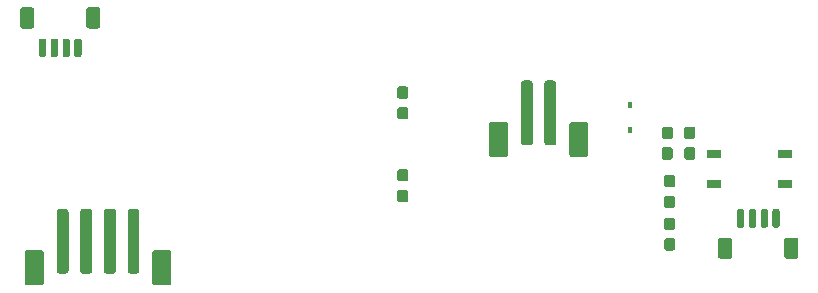
<source format=gtp>
G04 #@! TF.GenerationSoftware,KiCad,Pcbnew,(5.1.5-0)*
G04 #@! TF.CreationDate,2021-02-07T07:37:12-07:00*
G04 #@! TF.ProjectId,back_v4,6261636b-5f76-4342-9e6b-696361645f70,rev?*
G04 #@! TF.SameCoordinates,Original*
G04 #@! TF.FileFunction,Paste,Top*
G04 #@! TF.FilePolarity,Positive*
%FSLAX46Y46*%
G04 Gerber Fmt 4.6, Leading zero omitted, Abs format (unit mm)*
G04 Created by KiCad (PCBNEW (5.1.5-0)) date 2021-02-07 07:37:12*
%MOMM*%
%LPD*%
G04 APERTURE LIST*
%ADD10C,0.100000*%
%ADD11R,1.200000X0.800000*%
%ADD12R,0.450000X0.600000*%
G04 APERTURE END LIST*
D10*
G36*
X177560779Y-109001144D02*
G01*
X177583834Y-109004563D01*
X177606443Y-109010227D01*
X177628387Y-109018079D01*
X177649457Y-109028044D01*
X177669448Y-109040026D01*
X177688168Y-109053910D01*
X177705438Y-109069562D01*
X177721090Y-109086832D01*
X177734974Y-109105552D01*
X177746956Y-109125543D01*
X177756921Y-109146613D01*
X177764773Y-109168557D01*
X177770437Y-109191166D01*
X177773856Y-109214221D01*
X177775000Y-109237500D01*
X177775000Y-109812500D01*
X177773856Y-109835779D01*
X177770437Y-109858834D01*
X177764773Y-109881443D01*
X177756921Y-109903387D01*
X177746956Y-109924457D01*
X177734974Y-109944448D01*
X177721090Y-109963168D01*
X177705438Y-109980438D01*
X177688168Y-109996090D01*
X177669448Y-110009974D01*
X177649457Y-110021956D01*
X177628387Y-110031921D01*
X177606443Y-110039773D01*
X177583834Y-110045437D01*
X177560779Y-110048856D01*
X177537500Y-110050000D01*
X177062500Y-110050000D01*
X177039221Y-110048856D01*
X177016166Y-110045437D01*
X176993557Y-110039773D01*
X176971613Y-110031921D01*
X176950543Y-110021956D01*
X176930552Y-110009974D01*
X176911832Y-109996090D01*
X176894562Y-109980438D01*
X176878910Y-109963168D01*
X176865026Y-109944448D01*
X176853044Y-109924457D01*
X176843079Y-109903387D01*
X176835227Y-109881443D01*
X176829563Y-109858834D01*
X176826144Y-109835779D01*
X176825000Y-109812500D01*
X176825000Y-109237500D01*
X176826144Y-109214221D01*
X176829563Y-109191166D01*
X176835227Y-109168557D01*
X176843079Y-109146613D01*
X176853044Y-109125543D01*
X176865026Y-109105552D01*
X176878910Y-109086832D01*
X176894562Y-109069562D01*
X176911832Y-109053910D01*
X176930552Y-109040026D01*
X176950543Y-109028044D01*
X176971613Y-109018079D01*
X176993557Y-109010227D01*
X177016166Y-109004563D01*
X177039221Y-109001144D01*
X177062500Y-109000000D01*
X177537500Y-109000000D01*
X177560779Y-109001144D01*
G37*
G36*
X177560779Y-110751144D02*
G01*
X177583834Y-110754563D01*
X177606443Y-110760227D01*
X177628387Y-110768079D01*
X177649457Y-110778044D01*
X177669448Y-110790026D01*
X177688168Y-110803910D01*
X177705438Y-110819562D01*
X177721090Y-110836832D01*
X177734974Y-110855552D01*
X177746956Y-110875543D01*
X177756921Y-110896613D01*
X177764773Y-110918557D01*
X177770437Y-110941166D01*
X177773856Y-110964221D01*
X177775000Y-110987500D01*
X177775000Y-111562500D01*
X177773856Y-111585779D01*
X177770437Y-111608834D01*
X177764773Y-111631443D01*
X177756921Y-111653387D01*
X177746956Y-111674457D01*
X177734974Y-111694448D01*
X177721090Y-111713168D01*
X177705438Y-111730438D01*
X177688168Y-111746090D01*
X177669448Y-111759974D01*
X177649457Y-111771956D01*
X177628387Y-111781921D01*
X177606443Y-111789773D01*
X177583834Y-111795437D01*
X177560779Y-111798856D01*
X177537500Y-111800000D01*
X177062500Y-111800000D01*
X177039221Y-111798856D01*
X177016166Y-111795437D01*
X176993557Y-111789773D01*
X176971613Y-111781921D01*
X176950543Y-111771956D01*
X176930552Y-111759974D01*
X176911832Y-111746090D01*
X176894562Y-111730438D01*
X176878910Y-111713168D01*
X176865026Y-111694448D01*
X176853044Y-111674457D01*
X176843079Y-111653387D01*
X176835227Y-111631443D01*
X176829563Y-111608834D01*
X176826144Y-111585779D01*
X176825000Y-111562500D01*
X176825000Y-110987500D01*
X176826144Y-110964221D01*
X176829563Y-110941166D01*
X176835227Y-110918557D01*
X176843079Y-110896613D01*
X176853044Y-110875543D01*
X176865026Y-110855552D01*
X176878910Y-110836832D01*
X176894562Y-110819562D01*
X176911832Y-110803910D01*
X176930552Y-110790026D01*
X176950543Y-110778044D01*
X176971613Y-110768079D01*
X176993557Y-110760227D01*
X177016166Y-110754563D01*
X177039221Y-110751144D01*
X177062500Y-110750000D01*
X177537500Y-110750000D01*
X177560779Y-110751144D01*
G37*
G36*
X127174505Y-98901204D02*
G01*
X127198773Y-98904804D01*
X127222572Y-98910765D01*
X127245671Y-98919030D01*
X127267850Y-98929520D01*
X127288893Y-98942132D01*
X127308599Y-98956747D01*
X127326777Y-98973223D01*
X127343253Y-98991401D01*
X127357868Y-99011107D01*
X127370480Y-99032150D01*
X127380970Y-99054329D01*
X127389235Y-99077428D01*
X127395196Y-99101227D01*
X127398796Y-99125495D01*
X127400000Y-99149999D01*
X127400000Y-100450001D01*
X127398796Y-100474505D01*
X127395196Y-100498773D01*
X127389235Y-100522572D01*
X127380970Y-100545671D01*
X127370480Y-100567850D01*
X127357868Y-100588893D01*
X127343253Y-100608599D01*
X127326777Y-100626777D01*
X127308599Y-100643253D01*
X127288893Y-100657868D01*
X127267850Y-100670480D01*
X127245671Y-100680970D01*
X127222572Y-100689235D01*
X127198773Y-100695196D01*
X127174505Y-100698796D01*
X127150001Y-100700000D01*
X126449999Y-100700000D01*
X126425495Y-100698796D01*
X126401227Y-100695196D01*
X126377428Y-100689235D01*
X126354329Y-100680970D01*
X126332150Y-100670480D01*
X126311107Y-100657868D01*
X126291401Y-100643253D01*
X126273223Y-100626777D01*
X126256747Y-100608599D01*
X126242132Y-100588893D01*
X126229520Y-100567850D01*
X126219030Y-100545671D01*
X126210765Y-100522572D01*
X126204804Y-100498773D01*
X126201204Y-100474505D01*
X126200000Y-100450001D01*
X126200000Y-99149999D01*
X126201204Y-99125495D01*
X126204804Y-99101227D01*
X126210765Y-99077428D01*
X126219030Y-99054329D01*
X126229520Y-99032150D01*
X126242132Y-99011107D01*
X126256747Y-98991401D01*
X126273223Y-98973223D01*
X126291401Y-98956747D01*
X126311107Y-98942132D01*
X126332150Y-98929520D01*
X126354329Y-98919030D01*
X126377428Y-98910765D01*
X126401227Y-98904804D01*
X126425495Y-98901204D01*
X126449999Y-98900000D01*
X127150001Y-98900000D01*
X127174505Y-98901204D01*
G37*
G36*
X121574505Y-98901204D02*
G01*
X121598773Y-98904804D01*
X121622572Y-98910765D01*
X121645671Y-98919030D01*
X121667850Y-98929520D01*
X121688893Y-98942132D01*
X121708599Y-98956747D01*
X121726777Y-98973223D01*
X121743253Y-98991401D01*
X121757868Y-99011107D01*
X121770480Y-99032150D01*
X121780970Y-99054329D01*
X121789235Y-99077428D01*
X121795196Y-99101227D01*
X121798796Y-99125495D01*
X121800000Y-99149999D01*
X121800000Y-100450001D01*
X121798796Y-100474505D01*
X121795196Y-100498773D01*
X121789235Y-100522572D01*
X121780970Y-100545671D01*
X121770480Y-100567850D01*
X121757868Y-100588893D01*
X121743253Y-100608599D01*
X121726777Y-100626777D01*
X121708599Y-100643253D01*
X121688893Y-100657868D01*
X121667850Y-100670480D01*
X121645671Y-100680970D01*
X121622572Y-100689235D01*
X121598773Y-100695196D01*
X121574505Y-100698796D01*
X121550001Y-100700000D01*
X120849999Y-100700000D01*
X120825495Y-100698796D01*
X120801227Y-100695196D01*
X120777428Y-100689235D01*
X120754329Y-100680970D01*
X120732150Y-100670480D01*
X120711107Y-100657868D01*
X120691401Y-100643253D01*
X120673223Y-100626777D01*
X120656747Y-100608599D01*
X120642132Y-100588893D01*
X120629520Y-100567850D01*
X120619030Y-100545671D01*
X120610765Y-100522572D01*
X120604804Y-100498773D01*
X120601204Y-100474505D01*
X120600000Y-100450001D01*
X120600000Y-99149999D01*
X120601204Y-99125495D01*
X120604804Y-99101227D01*
X120610765Y-99077428D01*
X120619030Y-99054329D01*
X120629520Y-99032150D01*
X120642132Y-99011107D01*
X120656747Y-98991401D01*
X120673223Y-98973223D01*
X120691401Y-98956747D01*
X120711107Y-98942132D01*
X120732150Y-98929520D01*
X120754329Y-98919030D01*
X120777428Y-98910765D01*
X120801227Y-98904804D01*
X120825495Y-98901204D01*
X120849999Y-98900000D01*
X121550001Y-98900000D01*
X121574505Y-98901204D01*
G37*
G36*
X125664703Y-101550722D02*
G01*
X125679264Y-101552882D01*
X125693543Y-101556459D01*
X125707403Y-101561418D01*
X125720710Y-101567712D01*
X125733336Y-101575280D01*
X125745159Y-101584048D01*
X125756066Y-101593934D01*
X125765952Y-101604841D01*
X125774720Y-101616664D01*
X125782288Y-101629290D01*
X125788582Y-101642597D01*
X125793541Y-101656457D01*
X125797118Y-101670736D01*
X125799278Y-101685297D01*
X125800000Y-101700000D01*
X125800000Y-102950000D01*
X125799278Y-102964703D01*
X125797118Y-102979264D01*
X125793541Y-102993543D01*
X125788582Y-103007403D01*
X125782288Y-103020710D01*
X125774720Y-103033336D01*
X125765952Y-103045159D01*
X125756066Y-103056066D01*
X125745159Y-103065952D01*
X125733336Y-103074720D01*
X125720710Y-103082288D01*
X125707403Y-103088582D01*
X125693543Y-103093541D01*
X125679264Y-103097118D01*
X125664703Y-103099278D01*
X125650000Y-103100000D01*
X125350000Y-103100000D01*
X125335297Y-103099278D01*
X125320736Y-103097118D01*
X125306457Y-103093541D01*
X125292597Y-103088582D01*
X125279290Y-103082288D01*
X125266664Y-103074720D01*
X125254841Y-103065952D01*
X125243934Y-103056066D01*
X125234048Y-103045159D01*
X125225280Y-103033336D01*
X125217712Y-103020710D01*
X125211418Y-103007403D01*
X125206459Y-102993543D01*
X125202882Y-102979264D01*
X125200722Y-102964703D01*
X125200000Y-102950000D01*
X125200000Y-101700000D01*
X125200722Y-101685297D01*
X125202882Y-101670736D01*
X125206459Y-101656457D01*
X125211418Y-101642597D01*
X125217712Y-101629290D01*
X125225280Y-101616664D01*
X125234048Y-101604841D01*
X125243934Y-101593934D01*
X125254841Y-101584048D01*
X125266664Y-101575280D01*
X125279290Y-101567712D01*
X125292597Y-101561418D01*
X125306457Y-101556459D01*
X125320736Y-101552882D01*
X125335297Y-101550722D01*
X125350000Y-101550000D01*
X125650000Y-101550000D01*
X125664703Y-101550722D01*
G37*
G36*
X124664703Y-101550722D02*
G01*
X124679264Y-101552882D01*
X124693543Y-101556459D01*
X124707403Y-101561418D01*
X124720710Y-101567712D01*
X124733336Y-101575280D01*
X124745159Y-101584048D01*
X124756066Y-101593934D01*
X124765952Y-101604841D01*
X124774720Y-101616664D01*
X124782288Y-101629290D01*
X124788582Y-101642597D01*
X124793541Y-101656457D01*
X124797118Y-101670736D01*
X124799278Y-101685297D01*
X124800000Y-101700000D01*
X124800000Y-102950000D01*
X124799278Y-102964703D01*
X124797118Y-102979264D01*
X124793541Y-102993543D01*
X124788582Y-103007403D01*
X124782288Y-103020710D01*
X124774720Y-103033336D01*
X124765952Y-103045159D01*
X124756066Y-103056066D01*
X124745159Y-103065952D01*
X124733336Y-103074720D01*
X124720710Y-103082288D01*
X124707403Y-103088582D01*
X124693543Y-103093541D01*
X124679264Y-103097118D01*
X124664703Y-103099278D01*
X124650000Y-103100000D01*
X124350000Y-103100000D01*
X124335297Y-103099278D01*
X124320736Y-103097118D01*
X124306457Y-103093541D01*
X124292597Y-103088582D01*
X124279290Y-103082288D01*
X124266664Y-103074720D01*
X124254841Y-103065952D01*
X124243934Y-103056066D01*
X124234048Y-103045159D01*
X124225280Y-103033336D01*
X124217712Y-103020710D01*
X124211418Y-103007403D01*
X124206459Y-102993543D01*
X124202882Y-102979264D01*
X124200722Y-102964703D01*
X124200000Y-102950000D01*
X124200000Y-101700000D01*
X124200722Y-101685297D01*
X124202882Y-101670736D01*
X124206459Y-101656457D01*
X124211418Y-101642597D01*
X124217712Y-101629290D01*
X124225280Y-101616664D01*
X124234048Y-101604841D01*
X124243934Y-101593934D01*
X124254841Y-101584048D01*
X124266664Y-101575280D01*
X124279290Y-101567712D01*
X124292597Y-101561418D01*
X124306457Y-101556459D01*
X124320736Y-101552882D01*
X124335297Y-101550722D01*
X124350000Y-101550000D01*
X124650000Y-101550000D01*
X124664703Y-101550722D01*
G37*
G36*
X123664703Y-101550722D02*
G01*
X123679264Y-101552882D01*
X123693543Y-101556459D01*
X123707403Y-101561418D01*
X123720710Y-101567712D01*
X123733336Y-101575280D01*
X123745159Y-101584048D01*
X123756066Y-101593934D01*
X123765952Y-101604841D01*
X123774720Y-101616664D01*
X123782288Y-101629290D01*
X123788582Y-101642597D01*
X123793541Y-101656457D01*
X123797118Y-101670736D01*
X123799278Y-101685297D01*
X123800000Y-101700000D01*
X123800000Y-102950000D01*
X123799278Y-102964703D01*
X123797118Y-102979264D01*
X123793541Y-102993543D01*
X123788582Y-103007403D01*
X123782288Y-103020710D01*
X123774720Y-103033336D01*
X123765952Y-103045159D01*
X123756066Y-103056066D01*
X123745159Y-103065952D01*
X123733336Y-103074720D01*
X123720710Y-103082288D01*
X123707403Y-103088582D01*
X123693543Y-103093541D01*
X123679264Y-103097118D01*
X123664703Y-103099278D01*
X123650000Y-103100000D01*
X123350000Y-103100000D01*
X123335297Y-103099278D01*
X123320736Y-103097118D01*
X123306457Y-103093541D01*
X123292597Y-103088582D01*
X123279290Y-103082288D01*
X123266664Y-103074720D01*
X123254841Y-103065952D01*
X123243934Y-103056066D01*
X123234048Y-103045159D01*
X123225280Y-103033336D01*
X123217712Y-103020710D01*
X123211418Y-103007403D01*
X123206459Y-102993543D01*
X123202882Y-102979264D01*
X123200722Y-102964703D01*
X123200000Y-102950000D01*
X123200000Y-101700000D01*
X123200722Y-101685297D01*
X123202882Y-101670736D01*
X123206459Y-101656457D01*
X123211418Y-101642597D01*
X123217712Y-101629290D01*
X123225280Y-101616664D01*
X123234048Y-101604841D01*
X123243934Y-101593934D01*
X123254841Y-101584048D01*
X123266664Y-101575280D01*
X123279290Y-101567712D01*
X123292597Y-101561418D01*
X123306457Y-101556459D01*
X123320736Y-101552882D01*
X123335297Y-101550722D01*
X123350000Y-101550000D01*
X123650000Y-101550000D01*
X123664703Y-101550722D01*
G37*
G36*
X122664703Y-101550722D02*
G01*
X122679264Y-101552882D01*
X122693543Y-101556459D01*
X122707403Y-101561418D01*
X122720710Y-101567712D01*
X122733336Y-101575280D01*
X122745159Y-101584048D01*
X122756066Y-101593934D01*
X122765952Y-101604841D01*
X122774720Y-101616664D01*
X122782288Y-101629290D01*
X122788582Y-101642597D01*
X122793541Y-101656457D01*
X122797118Y-101670736D01*
X122799278Y-101685297D01*
X122800000Y-101700000D01*
X122800000Y-102950000D01*
X122799278Y-102964703D01*
X122797118Y-102979264D01*
X122793541Y-102993543D01*
X122788582Y-103007403D01*
X122782288Y-103020710D01*
X122774720Y-103033336D01*
X122765952Y-103045159D01*
X122756066Y-103056066D01*
X122745159Y-103065952D01*
X122733336Y-103074720D01*
X122720710Y-103082288D01*
X122707403Y-103088582D01*
X122693543Y-103093541D01*
X122679264Y-103097118D01*
X122664703Y-103099278D01*
X122650000Y-103100000D01*
X122350000Y-103100000D01*
X122335297Y-103099278D01*
X122320736Y-103097118D01*
X122306457Y-103093541D01*
X122292597Y-103088582D01*
X122279290Y-103082288D01*
X122266664Y-103074720D01*
X122254841Y-103065952D01*
X122243934Y-103056066D01*
X122234048Y-103045159D01*
X122225280Y-103033336D01*
X122217712Y-103020710D01*
X122211418Y-103007403D01*
X122206459Y-102993543D01*
X122202882Y-102979264D01*
X122200722Y-102964703D01*
X122200000Y-102950000D01*
X122200000Y-101700000D01*
X122200722Y-101685297D01*
X122202882Y-101670736D01*
X122206459Y-101656457D01*
X122211418Y-101642597D01*
X122217712Y-101629290D01*
X122225280Y-101616664D01*
X122234048Y-101604841D01*
X122243934Y-101593934D01*
X122254841Y-101584048D01*
X122266664Y-101575280D01*
X122279290Y-101567712D01*
X122292597Y-101561418D01*
X122306457Y-101556459D01*
X122320736Y-101552882D01*
X122335297Y-101550722D01*
X122350000Y-101550000D01*
X122650000Y-101550000D01*
X122664703Y-101550722D01*
G37*
D11*
X185360000Y-113840000D03*
X179360000Y-113840000D03*
X179360000Y-111300000D03*
X185360000Y-111300000D03*
D10*
G36*
X175660779Y-109001144D02*
G01*
X175683834Y-109004563D01*
X175706443Y-109010227D01*
X175728387Y-109018079D01*
X175749457Y-109028044D01*
X175769448Y-109040026D01*
X175788168Y-109053910D01*
X175805438Y-109069562D01*
X175821090Y-109086832D01*
X175834974Y-109105552D01*
X175846956Y-109125543D01*
X175856921Y-109146613D01*
X175864773Y-109168557D01*
X175870437Y-109191166D01*
X175873856Y-109214221D01*
X175875000Y-109237500D01*
X175875000Y-109812500D01*
X175873856Y-109835779D01*
X175870437Y-109858834D01*
X175864773Y-109881443D01*
X175856921Y-109903387D01*
X175846956Y-109924457D01*
X175834974Y-109944448D01*
X175821090Y-109963168D01*
X175805438Y-109980438D01*
X175788168Y-109996090D01*
X175769448Y-110009974D01*
X175749457Y-110021956D01*
X175728387Y-110031921D01*
X175706443Y-110039773D01*
X175683834Y-110045437D01*
X175660779Y-110048856D01*
X175637500Y-110050000D01*
X175162500Y-110050000D01*
X175139221Y-110048856D01*
X175116166Y-110045437D01*
X175093557Y-110039773D01*
X175071613Y-110031921D01*
X175050543Y-110021956D01*
X175030552Y-110009974D01*
X175011832Y-109996090D01*
X174994562Y-109980438D01*
X174978910Y-109963168D01*
X174965026Y-109944448D01*
X174953044Y-109924457D01*
X174943079Y-109903387D01*
X174935227Y-109881443D01*
X174929563Y-109858834D01*
X174926144Y-109835779D01*
X174925000Y-109812500D01*
X174925000Y-109237500D01*
X174926144Y-109214221D01*
X174929563Y-109191166D01*
X174935227Y-109168557D01*
X174943079Y-109146613D01*
X174953044Y-109125543D01*
X174965026Y-109105552D01*
X174978910Y-109086832D01*
X174994562Y-109069562D01*
X175011832Y-109053910D01*
X175030552Y-109040026D01*
X175050543Y-109028044D01*
X175071613Y-109018079D01*
X175093557Y-109010227D01*
X175116166Y-109004563D01*
X175139221Y-109001144D01*
X175162500Y-109000000D01*
X175637500Y-109000000D01*
X175660779Y-109001144D01*
G37*
G36*
X175660779Y-110751144D02*
G01*
X175683834Y-110754563D01*
X175706443Y-110760227D01*
X175728387Y-110768079D01*
X175749457Y-110778044D01*
X175769448Y-110790026D01*
X175788168Y-110803910D01*
X175805438Y-110819562D01*
X175821090Y-110836832D01*
X175834974Y-110855552D01*
X175846956Y-110875543D01*
X175856921Y-110896613D01*
X175864773Y-110918557D01*
X175870437Y-110941166D01*
X175873856Y-110964221D01*
X175875000Y-110987500D01*
X175875000Y-111562500D01*
X175873856Y-111585779D01*
X175870437Y-111608834D01*
X175864773Y-111631443D01*
X175856921Y-111653387D01*
X175846956Y-111674457D01*
X175834974Y-111694448D01*
X175821090Y-111713168D01*
X175805438Y-111730438D01*
X175788168Y-111746090D01*
X175769448Y-111759974D01*
X175749457Y-111771956D01*
X175728387Y-111781921D01*
X175706443Y-111789773D01*
X175683834Y-111795437D01*
X175660779Y-111798856D01*
X175637500Y-111800000D01*
X175162500Y-111800000D01*
X175139221Y-111798856D01*
X175116166Y-111795437D01*
X175093557Y-111789773D01*
X175071613Y-111781921D01*
X175050543Y-111771956D01*
X175030552Y-111759974D01*
X175011832Y-111746090D01*
X174994562Y-111730438D01*
X174978910Y-111713168D01*
X174965026Y-111694448D01*
X174953044Y-111674457D01*
X174943079Y-111653387D01*
X174935227Y-111631443D01*
X174929563Y-111608834D01*
X174926144Y-111585779D01*
X174925000Y-111562500D01*
X174925000Y-110987500D01*
X174926144Y-110964221D01*
X174929563Y-110941166D01*
X174935227Y-110918557D01*
X174943079Y-110896613D01*
X174953044Y-110875543D01*
X174965026Y-110855552D01*
X174978910Y-110836832D01*
X174994562Y-110819562D01*
X175011832Y-110803910D01*
X175030552Y-110790026D01*
X175050543Y-110778044D01*
X175071613Y-110768079D01*
X175093557Y-110760227D01*
X175116166Y-110754563D01*
X175139221Y-110751144D01*
X175162500Y-110750000D01*
X175637500Y-110750000D01*
X175660779Y-110751144D01*
G37*
G36*
X180674505Y-118401204D02*
G01*
X180698773Y-118404804D01*
X180722572Y-118410765D01*
X180745671Y-118419030D01*
X180767850Y-118429520D01*
X180788893Y-118442132D01*
X180808599Y-118456747D01*
X180826777Y-118473223D01*
X180843253Y-118491401D01*
X180857868Y-118511107D01*
X180870480Y-118532150D01*
X180880970Y-118554329D01*
X180889235Y-118577428D01*
X180895196Y-118601227D01*
X180898796Y-118625495D01*
X180900000Y-118649999D01*
X180900000Y-119950001D01*
X180898796Y-119974505D01*
X180895196Y-119998773D01*
X180889235Y-120022572D01*
X180880970Y-120045671D01*
X180870480Y-120067850D01*
X180857868Y-120088893D01*
X180843253Y-120108599D01*
X180826777Y-120126777D01*
X180808599Y-120143253D01*
X180788893Y-120157868D01*
X180767850Y-120170480D01*
X180745671Y-120180970D01*
X180722572Y-120189235D01*
X180698773Y-120195196D01*
X180674505Y-120198796D01*
X180650001Y-120200000D01*
X179949999Y-120200000D01*
X179925495Y-120198796D01*
X179901227Y-120195196D01*
X179877428Y-120189235D01*
X179854329Y-120180970D01*
X179832150Y-120170480D01*
X179811107Y-120157868D01*
X179791401Y-120143253D01*
X179773223Y-120126777D01*
X179756747Y-120108599D01*
X179742132Y-120088893D01*
X179729520Y-120067850D01*
X179719030Y-120045671D01*
X179710765Y-120022572D01*
X179704804Y-119998773D01*
X179701204Y-119974505D01*
X179700000Y-119950001D01*
X179700000Y-118649999D01*
X179701204Y-118625495D01*
X179704804Y-118601227D01*
X179710765Y-118577428D01*
X179719030Y-118554329D01*
X179729520Y-118532150D01*
X179742132Y-118511107D01*
X179756747Y-118491401D01*
X179773223Y-118473223D01*
X179791401Y-118456747D01*
X179811107Y-118442132D01*
X179832150Y-118429520D01*
X179854329Y-118419030D01*
X179877428Y-118410765D01*
X179901227Y-118404804D01*
X179925495Y-118401204D01*
X179949999Y-118400000D01*
X180650001Y-118400000D01*
X180674505Y-118401204D01*
G37*
G36*
X186274505Y-118401204D02*
G01*
X186298773Y-118404804D01*
X186322572Y-118410765D01*
X186345671Y-118419030D01*
X186367850Y-118429520D01*
X186388893Y-118442132D01*
X186408599Y-118456747D01*
X186426777Y-118473223D01*
X186443253Y-118491401D01*
X186457868Y-118511107D01*
X186470480Y-118532150D01*
X186480970Y-118554329D01*
X186489235Y-118577428D01*
X186495196Y-118601227D01*
X186498796Y-118625495D01*
X186500000Y-118649999D01*
X186500000Y-119950001D01*
X186498796Y-119974505D01*
X186495196Y-119998773D01*
X186489235Y-120022572D01*
X186480970Y-120045671D01*
X186470480Y-120067850D01*
X186457868Y-120088893D01*
X186443253Y-120108599D01*
X186426777Y-120126777D01*
X186408599Y-120143253D01*
X186388893Y-120157868D01*
X186367850Y-120170480D01*
X186345671Y-120180970D01*
X186322572Y-120189235D01*
X186298773Y-120195196D01*
X186274505Y-120198796D01*
X186250001Y-120200000D01*
X185549999Y-120200000D01*
X185525495Y-120198796D01*
X185501227Y-120195196D01*
X185477428Y-120189235D01*
X185454329Y-120180970D01*
X185432150Y-120170480D01*
X185411107Y-120157868D01*
X185391401Y-120143253D01*
X185373223Y-120126777D01*
X185356747Y-120108599D01*
X185342132Y-120088893D01*
X185329520Y-120067850D01*
X185319030Y-120045671D01*
X185310765Y-120022572D01*
X185304804Y-119998773D01*
X185301204Y-119974505D01*
X185300000Y-119950001D01*
X185300000Y-118649999D01*
X185301204Y-118625495D01*
X185304804Y-118601227D01*
X185310765Y-118577428D01*
X185319030Y-118554329D01*
X185329520Y-118532150D01*
X185342132Y-118511107D01*
X185356747Y-118491401D01*
X185373223Y-118473223D01*
X185391401Y-118456747D01*
X185411107Y-118442132D01*
X185432150Y-118429520D01*
X185454329Y-118419030D01*
X185477428Y-118410765D01*
X185501227Y-118404804D01*
X185525495Y-118401204D01*
X185549999Y-118400000D01*
X186250001Y-118400000D01*
X186274505Y-118401204D01*
G37*
G36*
X181764703Y-116000722D02*
G01*
X181779264Y-116002882D01*
X181793543Y-116006459D01*
X181807403Y-116011418D01*
X181820710Y-116017712D01*
X181833336Y-116025280D01*
X181845159Y-116034048D01*
X181856066Y-116043934D01*
X181865952Y-116054841D01*
X181874720Y-116066664D01*
X181882288Y-116079290D01*
X181888582Y-116092597D01*
X181893541Y-116106457D01*
X181897118Y-116120736D01*
X181899278Y-116135297D01*
X181900000Y-116150000D01*
X181900000Y-117400000D01*
X181899278Y-117414703D01*
X181897118Y-117429264D01*
X181893541Y-117443543D01*
X181888582Y-117457403D01*
X181882288Y-117470710D01*
X181874720Y-117483336D01*
X181865952Y-117495159D01*
X181856066Y-117506066D01*
X181845159Y-117515952D01*
X181833336Y-117524720D01*
X181820710Y-117532288D01*
X181807403Y-117538582D01*
X181793543Y-117543541D01*
X181779264Y-117547118D01*
X181764703Y-117549278D01*
X181750000Y-117550000D01*
X181450000Y-117550000D01*
X181435297Y-117549278D01*
X181420736Y-117547118D01*
X181406457Y-117543541D01*
X181392597Y-117538582D01*
X181379290Y-117532288D01*
X181366664Y-117524720D01*
X181354841Y-117515952D01*
X181343934Y-117506066D01*
X181334048Y-117495159D01*
X181325280Y-117483336D01*
X181317712Y-117470710D01*
X181311418Y-117457403D01*
X181306459Y-117443543D01*
X181302882Y-117429264D01*
X181300722Y-117414703D01*
X181300000Y-117400000D01*
X181300000Y-116150000D01*
X181300722Y-116135297D01*
X181302882Y-116120736D01*
X181306459Y-116106457D01*
X181311418Y-116092597D01*
X181317712Y-116079290D01*
X181325280Y-116066664D01*
X181334048Y-116054841D01*
X181343934Y-116043934D01*
X181354841Y-116034048D01*
X181366664Y-116025280D01*
X181379290Y-116017712D01*
X181392597Y-116011418D01*
X181406457Y-116006459D01*
X181420736Y-116002882D01*
X181435297Y-116000722D01*
X181450000Y-116000000D01*
X181750000Y-116000000D01*
X181764703Y-116000722D01*
G37*
G36*
X182764703Y-116000722D02*
G01*
X182779264Y-116002882D01*
X182793543Y-116006459D01*
X182807403Y-116011418D01*
X182820710Y-116017712D01*
X182833336Y-116025280D01*
X182845159Y-116034048D01*
X182856066Y-116043934D01*
X182865952Y-116054841D01*
X182874720Y-116066664D01*
X182882288Y-116079290D01*
X182888582Y-116092597D01*
X182893541Y-116106457D01*
X182897118Y-116120736D01*
X182899278Y-116135297D01*
X182900000Y-116150000D01*
X182900000Y-117400000D01*
X182899278Y-117414703D01*
X182897118Y-117429264D01*
X182893541Y-117443543D01*
X182888582Y-117457403D01*
X182882288Y-117470710D01*
X182874720Y-117483336D01*
X182865952Y-117495159D01*
X182856066Y-117506066D01*
X182845159Y-117515952D01*
X182833336Y-117524720D01*
X182820710Y-117532288D01*
X182807403Y-117538582D01*
X182793543Y-117543541D01*
X182779264Y-117547118D01*
X182764703Y-117549278D01*
X182750000Y-117550000D01*
X182450000Y-117550000D01*
X182435297Y-117549278D01*
X182420736Y-117547118D01*
X182406457Y-117543541D01*
X182392597Y-117538582D01*
X182379290Y-117532288D01*
X182366664Y-117524720D01*
X182354841Y-117515952D01*
X182343934Y-117506066D01*
X182334048Y-117495159D01*
X182325280Y-117483336D01*
X182317712Y-117470710D01*
X182311418Y-117457403D01*
X182306459Y-117443543D01*
X182302882Y-117429264D01*
X182300722Y-117414703D01*
X182300000Y-117400000D01*
X182300000Y-116150000D01*
X182300722Y-116135297D01*
X182302882Y-116120736D01*
X182306459Y-116106457D01*
X182311418Y-116092597D01*
X182317712Y-116079290D01*
X182325280Y-116066664D01*
X182334048Y-116054841D01*
X182343934Y-116043934D01*
X182354841Y-116034048D01*
X182366664Y-116025280D01*
X182379290Y-116017712D01*
X182392597Y-116011418D01*
X182406457Y-116006459D01*
X182420736Y-116002882D01*
X182435297Y-116000722D01*
X182450000Y-116000000D01*
X182750000Y-116000000D01*
X182764703Y-116000722D01*
G37*
G36*
X183764703Y-116000722D02*
G01*
X183779264Y-116002882D01*
X183793543Y-116006459D01*
X183807403Y-116011418D01*
X183820710Y-116017712D01*
X183833336Y-116025280D01*
X183845159Y-116034048D01*
X183856066Y-116043934D01*
X183865952Y-116054841D01*
X183874720Y-116066664D01*
X183882288Y-116079290D01*
X183888582Y-116092597D01*
X183893541Y-116106457D01*
X183897118Y-116120736D01*
X183899278Y-116135297D01*
X183900000Y-116150000D01*
X183900000Y-117400000D01*
X183899278Y-117414703D01*
X183897118Y-117429264D01*
X183893541Y-117443543D01*
X183888582Y-117457403D01*
X183882288Y-117470710D01*
X183874720Y-117483336D01*
X183865952Y-117495159D01*
X183856066Y-117506066D01*
X183845159Y-117515952D01*
X183833336Y-117524720D01*
X183820710Y-117532288D01*
X183807403Y-117538582D01*
X183793543Y-117543541D01*
X183779264Y-117547118D01*
X183764703Y-117549278D01*
X183750000Y-117550000D01*
X183450000Y-117550000D01*
X183435297Y-117549278D01*
X183420736Y-117547118D01*
X183406457Y-117543541D01*
X183392597Y-117538582D01*
X183379290Y-117532288D01*
X183366664Y-117524720D01*
X183354841Y-117515952D01*
X183343934Y-117506066D01*
X183334048Y-117495159D01*
X183325280Y-117483336D01*
X183317712Y-117470710D01*
X183311418Y-117457403D01*
X183306459Y-117443543D01*
X183302882Y-117429264D01*
X183300722Y-117414703D01*
X183300000Y-117400000D01*
X183300000Y-116150000D01*
X183300722Y-116135297D01*
X183302882Y-116120736D01*
X183306459Y-116106457D01*
X183311418Y-116092597D01*
X183317712Y-116079290D01*
X183325280Y-116066664D01*
X183334048Y-116054841D01*
X183343934Y-116043934D01*
X183354841Y-116034048D01*
X183366664Y-116025280D01*
X183379290Y-116017712D01*
X183392597Y-116011418D01*
X183406457Y-116006459D01*
X183420736Y-116002882D01*
X183435297Y-116000722D01*
X183450000Y-116000000D01*
X183750000Y-116000000D01*
X183764703Y-116000722D01*
G37*
G36*
X184764703Y-116000722D02*
G01*
X184779264Y-116002882D01*
X184793543Y-116006459D01*
X184807403Y-116011418D01*
X184820710Y-116017712D01*
X184833336Y-116025280D01*
X184845159Y-116034048D01*
X184856066Y-116043934D01*
X184865952Y-116054841D01*
X184874720Y-116066664D01*
X184882288Y-116079290D01*
X184888582Y-116092597D01*
X184893541Y-116106457D01*
X184897118Y-116120736D01*
X184899278Y-116135297D01*
X184900000Y-116150000D01*
X184900000Y-117400000D01*
X184899278Y-117414703D01*
X184897118Y-117429264D01*
X184893541Y-117443543D01*
X184888582Y-117457403D01*
X184882288Y-117470710D01*
X184874720Y-117483336D01*
X184865952Y-117495159D01*
X184856066Y-117506066D01*
X184845159Y-117515952D01*
X184833336Y-117524720D01*
X184820710Y-117532288D01*
X184807403Y-117538582D01*
X184793543Y-117543541D01*
X184779264Y-117547118D01*
X184764703Y-117549278D01*
X184750000Y-117550000D01*
X184450000Y-117550000D01*
X184435297Y-117549278D01*
X184420736Y-117547118D01*
X184406457Y-117543541D01*
X184392597Y-117538582D01*
X184379290Y-117532288D01*
X184366664Y-117524720D01*
X184354841Y-117515952D01*
X184343934Y-117506066D01*
X184334048Y-117495159D01*
X184325280Y-117483336D01*
X184317712Y-117470710D01*
X184311418Y-117457403D01*
X184306459Y-117443543D01*
X184302882Y-117429264D01*
X184300722Y-117414703D01*
X184300000Y-117400000D01*
X184300000Y-116150000D01*
X184300722Y-116135297D01*
X184302882Y-116120736D01*
X184306459Y-116106457D01*
X184311418Y-116092597D01*
X184317712Y-116079290D01*
X184325280Y-116066664D01*
X184334048Y-116054841D01*
X184343934Y-116043934D01*
X184354841Y-116034048D01*
X184366664Y-116025280D01*
X184379290Y-116017712D01*
X184392597Y-116011418D01*
X184406457Y-116006459D01*
X184420736Y-116002882D01*
X184435297Y-116000722D01*
X184450000Y-116000000D01*
X184750000Y-116000000D01*
X184764703Y-116000722D01*
G37*
G36*
X175860779Y-113101144D02*
G01*
X175883834Y-113104563D01*
X175906443Y-113110227D01*
X175928387Y-113118079D01*
X175949457Y-113128044D01*
X175969448Y-113140026D01*
X175988168Y-113153910D01*
X176005438Y-113169562D01*
X176021090Y-113186832D01*
X176034974Y-113205552D01*
X176046956Y-113225543D01*
X176056921Y-113246613D01*
X176064773Y-113268557D01*
X176070437Y-113291166D01*
X176073856Y-113314221D01*
X176075000Y-113337500D01*
X176075000Y-113912500D01*
X176073856Y-113935779D01*
X176070437Y-113958834D01*
X176064773Y-113981443D01*
X176056921Y-114003387D01*
X176046956Y-114024457D01*
X176034974Y-114044448D01*
X176021090Y-114063168D01*
X176005438Y-114080438D01*
X175988168Y-114096090D01*
X175969448Y-114109974D01*
X175949457Y-114121956D01*
X175928387Y-114131921D01*
X175906443Y-114139773D01*
X175883834Y-114145437D01*
X175860779Y-114148856D01*
X175837500Y-114150000D01*
X175362500Y-114150000D01*
X175339221Y-114148856D01*
X175316166Y-114145437D01*
X175293557Y-114139773D01*
X175271613Y-114131921D01*
X175250543Y-114121956D01*
X175230552Y-114109974D01*
X175211832Y-114096090D01*
X175194562Y-114080438D01*
X175178910Y-114063168D01*
X175165026Y-114044448D01*
X175153044Y-114024457D01*
X175143079Y-114003387D01*
X175135227Y-113981443D01*
X175129563Y-113958834D01*
X175126144Y-113935779D01*
X175125000Y-113912500D01*
X175125000Y-113337500D01*
X175126144Y-113314221D01*
X175129563Y-113291166D01*
X175135227Y-113268557D01*
X175143079Y-113246613D01*
X175153044Y-113225543D01*
X175165026Y-113205552D01*
X175178910Y-113186832D01*
X175194562Y-113169562D01*
X175211832Y-113153910D01*
X175230552Y-113140026D01*
X175250543Y-113128044D01*
X175271613Y-113118079D01*
X175293557Y-113110227D01*
X175316166Y-113104563D01*
X175339221Y-113101144D01*
X175362500Y-113100000D01*
X175837500Y-113100000D01*
X175860779Y-113101144D01*
G37*
G36*
X175860779Y-114851144D02*
G01*
X175883834Y-114854563D01*
X175906443Y-114860227D01*
X175928387Y-114868079D01*
X175949457Y-114878044D01*
X175969448Y-114890026D01*
X175988168Y-114903910D01*
X176005438Y-114919562D01*
X176021090Y-114936832D01*
X176034974Y-114955552D01*
X176046956Y-114975543D01*
X176056921Y-114996613D01*
X176064773Y-115018557D01*
X176070437Y-115041166D01*
X176073856Y-115064221D01*
X176075000Y-115087500D01*
X176075000Y-115662500D01*
X176073856Y-115685779D01*
X176070437Y-115708834D01*
X176064773Y-115731443D01*
X176056921Y-115753387D01*
X176046956Y-115774457D01*
X176034974Y-115794448D01*
X176021090Y-115813168D01*
X176005438Y-115830438D01*
X175988168Y-115846090D01*
X175969448Y-115859974D01*
X175949457Y-115871956D01*
X175928387Y-115881921D01*
X175906443Y-115889773D01*
X175883834Y-115895437D01*
X175860779Y-115898856D01*
X175837500Y-115900000D01*
X175362500Y-115900000D01*
X175339221Y-115898856D01*
X175316166Y-115895437D01*
X175293557Y-115889773D01*
X175271613Y-115881921D01*
X175250543Y-115871956D01*
X175230552Y-115859974D01*
X175211832Y-115846090D01*
X175194562Y-115830438D01*
X175178910Y-115813168D01*
X175165026Y-115794448D01*
X175153044Y-115774457D01*
X175143079Y-115753387D01*
X175135227Y-115731443D01*
X175129563Y-115708834D01*
X175126144Y-115685779D01*
X175125000Y-115662500D01*
X175125000Y-115087500D01*
X175126144Y-115064221D01*
X175129563Y-115041166D01*
X175135227Y-115018557D01*
X175143079Y-114996613D01*
X175153044Y-114975543D01*
X175165026Y-114955552D01*
X175178910Y-114936832D01*
X175194562Y-114919562D01*
X175211832Y-114903910D01*
X175230552Y-114890026D01*
X175250543Y-114878044D01*
X175271613Y-114868079D01*
X175293557Y-114860227D01*
X175316166Y-114854563D01*
X175339221Y-114851144D01*
X175362500Y-114850000D01*
X175837500Y-114850000D01*
X175860779Y-114851144D01*
G37*
G36*
X175860779Y-116701144D02*
G01*
X175883834Y-116704563D01*
X175906443Y-116710227D01*
X175928387Y-116718079D01*
X175949457Y-116728044D01*
X175969448Y-116740026D01*
X175988168Y-116753910D01*
X176005438Y-116769562D01*
X176021090Y-116786832D01*
X176034974Y-116805552D01*
X176046956Y-116825543D01*
X176056921Y-116846613D01*
X176064773Y-116868557D01*
X176070437Y-116891166D01*
X176073856Y-116914221D01*
X176075000Y-116937500D01*
X176075000Y-117512500D01*
X176073856Y-117535779D01*
X176070437Y-117558834D01*
X176064773Y-117581443D01*
X176056921Y-117603387D01*
X176046956Y-117624457D01*
X176034974Y-117644448D01*
X176021090Y-117663168D01*
X176005438Y-117680438D01*
X175988168Y-117696090D01*
X175969448Y-117709974D01*
X175949457Y-117721956D01*
X175928387Y-117731921D01*
X175906443Y-117739773D01*
X175883834Y-117745437D01*
X175860779Y-117748856D01*
X175837500Y-117750000D01*
X175362500Y-117750000D01*
X175339221Y-117748856D01*
X175316166Y-117745437D01*
X175293557Y-117739773D01*
X175271613Y-117731921D01*
X175250543Y-117721956D01*
X175230552Y-117709974D01*
X175211832Y-117696090D01*
X175194562Y-117680438D01*
X175178910Y-117663168D01*
X175165026Y-117644448D01*
X175153044Y-117624457D01*
X175143079Y-117603387D01*
X175135227Y-117581443D01*
X175129563Y-117558834D01*
X175126144Y-117535779D01*
X175125000Y-117512500D01*
X175125000Y-116937500D01*
X175126144Y-116914221D01*
X175129563Y-116891166D01*
X175135227Y-116868557D01*
X175143079Y-116846613D01*
X175153044Y-116825543D01*
X175165026Y-116805552D01*
X175178910Y-116786832D01*
X175194562Y-116769562D01*
X175211832Y-116753910D01*
X175230552Y-116740026D01*
X175250543Y-116728044D01*
X175271613Y-116718079D01*
X175293557Y-116710227D01*
X175316166Y-116704563D01*
X175339221Y-116701144D01*
X175362500Y-116700000D01*
X175837500Y-116700000D01*
X175860779Y-116701144D01*
G37*
G36*
X175860779Y-118451144D02*
G01*
X175883834Y-118454563D01*
X175906443Y-118460227D01*
X175928387Y-118468079D01*
X175949457Y-118478044D01*
X175969448Y-118490026D01*
X175988168Y-118503910D01*
X176005438Y-118519562D01*
X176021090Y-118536832D01*
X176034974Y-118555552D01*
X176046956Y-118575543D01*
X176056921Y-118596613D01*
X176064773Y-118618557D01*
X176070437Y-118641166D01*
X176073856Y-118664221D01*
X176075000Y-118687500D01*
X176075000Y-119262500D01*
X176073856Y-119285779D01*
X176070437Y-119308834D01*
X176064773Y-119331443D01*
X176056921Y-119353387D01*
X176046956Y-119374457D01*
X176034974Y-119394448D01*
X176021090Y-119413168D01*
X176005438Y-119430438D01*
X175988168Y-119446090D01*
X175969448Y-119459974D01*
X175949457Y-119471956D01*
X175928387Y-119481921D01*
X175906443Y-119489773D01*
X175883834Y-119495437D01*
X175860779Y-119498856D01*
X175837500Y-119500000D01*
X175362500Y-119500000D01*
X175339221Y-119498856D01*
X175316166Y-119495437D01*
X175293557Y-119489773D01*
X175271613Y-119481921D01*
X175250543Y-119471956D01*
X175230552Y-119459974D01*
X175211832Y-119446090D01*
X175194562Y-119430438D01*
X175178910Y-119413168D01*
X175165026Y-119394448D01*
X175153044Y-119374457D01*
X175143079Y-119353387D01*
X175135227Y-119331443D01*
X175129563Y-119308834D01*
X175126144Y-119285779D01*
X175125000Y-119262500D01*
X175125000Y-118687500D01*
X175126144Y-118664221D01*
X175129563Y-118641166D01*
X175135227Y-118618557D01*
X175143079Y-118596613D01*
X175153044Y-118575543D01*
X175165026Y-118555552D01*
X175178910Y-118536832D01*
X175194562Y-118519562D01*
X175211832Y-118503910D01*
X175230552Y-118490026D01*
X175250543Y-118478044D01*
X175271613Y-118468079D01*
X175293557Y-118460227D01*
X175316166Y-118454563D01*
X175339221Y-118451144D01*
X175362500Y-118450000D01*
X175837500Y-118450000D01*
X175860779Y-118451144D01*
G37*
D12*
X172200000Y-109250000D03*
X172200000Y-107150000D03*
D10*
G36*
X153260779Y-114351144D02*
G01*
X153283834Y-114354563D01*
X153306443Y-114360227D01*
X153328387Y-114368079D01*
X153349457Y-114378044D01*
X153369448Y-114390026D01*
X153388168Y-114403910D01*
X153405438Y-114419562D01*
X153421090Y-114436832D01*
X153434974Y-114455552D01*
X153446956Y-114475543D01*
X153456921Y-114496613D01*
X153464773Y-114518557D01*
X153470437Y-114541166D01*
X153473856Y-114564221D01*
X153475000Y-114587500D01*
X153475000Y-115162500D01*
X153473856Y-115185779D01*
X153470437Y-115208834D01*
X153464773Y-115231443D01*
X153456921Y-115253387D01*
X153446956Y-115274457D01*
X153434974Y-115294448D01*
X153421090Y-115313168D01*
X153405438Y-115330438D01*
X153388168Y-115346090D01*
X153369448Y-115359974D01*
X153349457Y-115371956D01*
X153328387Y-115381921D01*
X153306443Y-115389773D01*
X153283834Y-115395437D01*
X153260779Y-115398856D01*
X153237500Y-115400000D01*
X152762500Y-115400000D01*
X152739221Y-115398856D01*
X152716166Y-115395437D01*
X152693557Y-115389773D01*
X152671613Y-115381921D01*
X152650543Y-115371956D01*
X152630552Y-115359974D01*
X152611832Y-115346090D01*
X152594562Y-115330438D01*
X152578910Y-115313168D01*
X152565026Y-115294448D01*
X152553044Y-115274457D01*
X152543079Y-115253387D01*
X152535227Y-115231443D01*
X152529563Y-115208834D01*
X152526144Y-115185779D01*
X152525000Y-115162500D01*
X152525000Y-114587500D01*
X152526144Y-114564221D01*
X152529563Y-114541166D01*
X152535227Y-114518557D01*
X152543079Y-114496613D01*
X152553044Y-114475543D01*
X152565026Y-114455552D01*
X152578910Y-114436832D01*
X152594562Y-114419562D01*
X152611832Y-114403910D01*
X152630552Y-114390026D01*
X152650543Y-114378044D01*
X152671613Y-114368079D01*
X152693557Y-114360227D01*
X152716166Y-114354563D01*
X152739221Y-114351144D01*
X152762500Y-114350000D01*
X153237500Y-114350000D01*
X153260779Y-114351144D01*
G37*
G36*
X153260779Y-112601144D02*
G01*
X153283834Y-112604563D01*
X153306443Y-112610227D01*
X153328387Y-112618079D01*
X153349457Y-112628044D01*
X153369448Y-112640026D01*
X153388168Y-112653910D01*
X153405438Y-112669562D01*
X153421090Y-112686832D01*
X153434974Y-112705552D01*
X153446956Y-112725543D01*
X153456921Y-112746613D01*
X153464773Y-112768557D01*
X153470437Y-112791166D01*
X153473856Y-112814221D01*
X153475000Y-112837500D01*
X153475000Y-113412500D01*
X153473856Y-113435779D01*
X153470437Y-113458834D01*
X153464773Y-113481443D01*
X153456921Y-113503387D01*
X153446956Y-113524457D01*
X153434974Y-113544448D01*
X153421090Y-113563168D01*
X153405438Y-113580438D01*
X153388168Y-113596090D01*
X153369448Y-113609974D01*
X153349457Y-113621956D01*
X153328387Y-113631921D01*
X153306443Y-113639773D01*
X153283834Y-113645437D01*
X153260779Y-113648856D01*
X153237500Y-113650000D01*
X152762500Y-113650000D01*
X152739221Y-113648856D01*
X152716166Y-113645437D01*
X152693557Y-113639773D01*
X152671613Y-113631921D01*
X152650543Y-113621956D01*
X152630552Y-113609974D01*
X152611832Y-113596090D01*
X152594562Y-113580438D01*
X152578910Y-113563168D01*
X152565026Y-113544448D01*
X152553044Y-113524457D01*
X152543079Y-113503387D01*
X152535227Y-113481443D01*
X152529563Y-113458834D01*
X152526144Y-113435779D01*
X152525000Y-113412500D01*
X152525000Y-112837500D01*
X152526144Y-112814221D01*
X152529563Y-112791166D01*
X152535227Y-112768557D01*
X152543079Y-112746613D01*
X152553044Y-112725543D01*
X152565026Y-112705552D01*
X152578910Y-112686832D01*
X152594562Y-112669562D01*
X152611832Y-112653910D01*
X152630552Y-112640026D01*
X152650543Y-112628044D01*
X152671613Y-112618079D01*
X152693557Y-112610227D01*
X152716166Y-112604563D01*
X152739221Y-112601144D01*
X152762500Y-112600000D01*
X153237500Y-112600000D01*
X153260779Y-112601144D01*
G37*
G36*
X153260779Y-107351144D02*
G01*
X153283834Y-107354563D01*
X153306443Y-107360227D01*
X153328387Y-107368079D01*
X153349457Y-107378044D01*
X153369448Y-107390026D01*
X153388168Y-107403910D01*
X153405438Y-107419562D01*
X153421090Y-107436832D01*
X153434974Y-107455552D01*
X153446956Y-107475543D01*
X153456921Y-107496613D01*
X153464773Y-107518557D01*
X153470437Y-107541166D01*
X153473856Y-107564221D01*
X153475000Y-107587500D01*
X153475000Y-108162500D01*
X153473856Y-108185779D01*
X153470437Y-108208834D01*
X153464773Y-108231443D01*
X153456921Y-108253387D01*
X153446956Y-108274457D01*
X153434974Y-108294448D01*
X153421090Y-108313168D01*
X153405438Y-108330438D01*
X153388168Y-108346090D01*
X153369448Y-108359974D01*
X153349457Y-108371956D01*
X153328387Y-108381921D01*
X153306443Y-108389773D01*
X153283834Y-108395437D01*
X153260779Y-108398856D01*
X153237500Y-108400000D01*
X152762500Y-108400000D01*
X152739221Y-108398856D01*
X152716166Y-108395437D01*
X152693557Y-108389773D01*
X152671613Y-108381921D01*
X152650543Y-108371956D01*
X152630552Y-108359974D01*
X152611832Y-108346090D01*
X152594562Y-108330438D01*
X152578910Y-108313168D01*
X152565026Y-108294448D01*
X152553044Y-108274457D01*
X152543079Y-108253387D01*
X152535227Y-108231443D01*
X152529563Y-108208834D01*
X152526144Y-108185779D01*
X152525000Y-108162500D01*
X152525000Y-107587500D01*
X152526144Y-107564221D01*
X152529563Y-107541166D01*
X152535227Y-107518557D01*
X152543079Y-107496613D01*
X152553044Y-107475543D01*
X152565026Y-107455552D01*
X152578910Y-107436832D01*
X152594562Y-107419562D01*
X152611832Y-107403910D01*
X152630552Y-107390026D01*
X152650543Y-107378044D01*
X152671613Y-107368079D01*
X152693557Y-107360227D01*
X152716166Y-107354563D01*
X152739221Y-107351144D01*
X152762500Y-107350000D01*
X153237500Y-107350000D01*
X153260779Y-107351144D01*
G37*
G36*
X153260779Y-105601144D02*
G01*
X153283834Y-105604563D01*
X153306443Y-105610227D01*
X153328387Y-105618079D01*
X153349457Y-105628044D01*
X153369448Y-105640026D01*
X153388168Y-105653910D01*
X153405438Y-105669562D01*
X153421090Y-105686832D01*
X153434974Y-105705552D01*
X153446956Y-105725543D01*
X153456921Y-105746613D01*
X153464773Y-105768557D01*
X153470437Y-105791166D01*
X153473856Y-105814221D01*
X153475000Y-105837500D01*
X153475000Y-106412500D01*
X153473856Y-106435779D01*
X153470437Y-106458834D01*
X153464773Y-106481443D01*
X153456921Y-106503387D01*
X153446956Y-106524457D01*
X153434974Y-106544448D01*
X153421090Y-106563168D01*
X153405438Y-106580438D01*
X153388168Y-106596090D01*
X153369448Y-106609974D01*
X153349457Y-106621956D01*
X153328387Y-106631921D01*
X153306443Y-106639773D01*
X153283834Y-106645437D01*
X153260779Y-106648856D01*
X153237500Y-106650000D01*
X152762500Y-106650000D01*
X152739221Y-106648856D01*
X152716166Y-106645437D01*
X152693557Y-106639773D01*
X152671613Y-106631921D01*
X152650543Y-106621956D01*
X152630552Y-106609974D01*
X152611832Y-106596090D01*
X152594562Y-106580438D01*
X152578910Y-106563168D01*
X152565026Y-106544448D01*
X152553044Y-106524457D01*
X152543079Y-106503387D01*
X152535227Y-106481443D01*
X152529563Y-106458834D01*
X152526144Y-106435779D01*
X152525000Y-106412500D01*
X152525000Y-105837500D01*
X152526144Y-105814221D01*
X152529563Y-105791166D01*
X152535227Y-105768557D01*
X152543079Y-105746613D01*
X152553044Y-105725543D01*
X152565026Y-105705552D01*
X152578910Y-105686832D01*
X152594562Y-105669562D01*
X152611832Y-105653910D01*
X152630552Y-105640026D01*
X152650543Y-105628044D01*
X152671613Y-105618079D01*
X152693557Y-105610227D01*
X152716166Y-105604563D01*
X152739221Y-105601144D01*
X152762500Y-105600000D01*
X153237500Y-105600000D01*
X153260779Y-105601144D01*
G37*
G36*
X122374504Y-119451204D02*
G01*
X122398773Y-119454804D01*
X122422571Y-119460765D01*
X122445671Y-119469030D01*
X122467849Y-119479520D01*
X122488893Y-119492133D01*
X122508598Y-119506747D01*
X122526777Y-119523223D01*
X122543253Y-119541402D01*
X122557867Y-119561107D01*
X122570480Y-119582151D01*
X122580970Y-119604329D01*
X122589235Y-119627429D01*
X122595196Y-119651227D01*
X122598796Y-119675496D01*
X122600000Y-119700000D01*
X122600000Y-122200000D01*
X122598796Y-122224504D01*
X122595196Y-122248773D01*
X122589235Y-122272571D01*
X122580970Y-122295671D01*
X122570480Y-122317849D01*
X122557867Y-122338893D01*
X122543253Y-122358598D01*
X122526777Y-122376777D01*
X122508598Y-122393253D01*
X122488893Y-122407867D01*
X122467849Y-122420480D01*
X122445671Y-122430970D01*
X122422571Y-122439235D01*
X122398773Y-122445196D01*
X122374504Y-122448796D01*
X122350000Y-122450000D01*
X121250000Y-122450000D01*
X121225496Y-122448796D01*
X121201227Y-122445196D01*
X121177429Y-122439235D01*
X121154329Y-122430970D01*
X121132151Y-122420480D01*
X121111107Y-122407867D01*
X121091402Y-122393253D01*
X121073223Y-122376777D01*
X121056747Y-122358598D01*
X121042133Y-122338893D01*
X121029520Y-122317849D01*
X121019030Y-122295671D01*
X121010765Y-122272571D01*
X121004804Y-122248773D01*
X121001204Y-122224504D01*
X121000000Y-122200000D01*
X121000000Y-119700000D01*
X121001204Y-119675496D01*
X121004804Y-119651227D01*
X121010765Y-119627429D01*
X121019030Y-119604329D01*
X121029520Y-119582151D01*
X121042133Y-119561107D01*
X121056747Y-119541402D01*
X121073223Y-119523223D01*
X121091402Y-119506747D01*
X121111107Y-119492133D01*
X121132151Y-119479520D01*
X121154329Y-119469030D01*
X121177429Y-119460765D01*
X121201227Y-119454804D01*
X121225496Y-119451204D01*
X121250000Y-119450000D01*
X122350000Y-119450000D01*
X122374504Y-119451204D01*
G37*
G36*
X133174504Y-119451204D02*
G01*
X133198773Y-119454804D01*
X133222571Y-119460765D01*
X133245671Y-119469030D01*
X133267849Y-119479520D01*
X133288893Y-119492133D01*
X133308598Y-119506747D01*
X133326777Y-119523223D01*
X133343253Y-119541402D01*
X133357867Y-119561107D01*
X133370480Y-119582151D01*
X133380970Y-119604329D01*
X133389235Y-119627429D01*
X133395196Y-119651227D01*
X133398796Y-119675496D01*
X133400000Y-119700000D01*
X133400000Y-122200000D01*
X133398796Y-122224504D01*
X133395196Y-122248773D01*
X133389235Y-122272571D01*
X133380970Y-122295671D01*
X133370480Y-122317849D01*
X133357867Y-122338893D01*
X133343253Y-122358598D01*
X133326777Y-122376777D01*
X133308598Y-122393253D01*
X133288893Y-122407867D01*
X133267849Y-122420480D01*
X133245671Y-122430970D01*
X133222571Y-122439235D01*
X133198773Y-122445196D01*
X133174504Y-122448796D01*
X133150000Y-122450000D01*
X132050000Y-122450000D01*
X132025496Y-122448796D01*
X132001227Y-122445196D01*
X131977429Y-122439235D01*
X131954329Y-122430970D01*
X131932151Y-122420480D01*
X131911107Y-122407867D01*
X131891402Y-122393253D01*
X131873223Y-122376777D01*
X131856747Y-122358598D01*
X131842133Y-122338893D01*
X131829520Y-122317849D01*
X131819030Y-122295671D01*
X131810765Y-122272571D01*
X131804804Y-122248773D01*
X131801204Y-122224504D01*
X131800000Y-122200000D01*
X131800000Y-119700000D01*
X131801204Y-119675496D01*
X131804804Y-119651227D01*
X131810765Y-119627429D01*
X131819030Y-119604329D01*
X131829520Y-119582151D01*
X131842133Y-119561107D01*
X131856747Y-119541402D01*
X131873223Y-119523223D01*
X131891402Y-119506747D01*
X131911107Y-119492133D01*
X131932151Y-119479520D01*
X131954329Y-119469030D01*
X131977429Y-119460765D01*
X132001227Y-119454804D01*
X132025496Y-119451204D01*
X132050000Y-119450000D01*
X133150000Y-119450000D01*
X133174504Y-119451204D01*
G37*
G36*
X124474504Y-115951204D02*
G01*
X124498773Y-115954804D01*
X124522571Y-115960765D01*
X124545671Y-115969030D01*
X124567849Y-115979520D01*
X124588893Y-115992133D01*
X124608598Y-116006747D01*
X124626777Y-116023223D01*
X124643253Y-116041402D01*
X124657867Y-116061107D01*
X124670480Y-116082151D01*
X124680970Y-116104329D01*
X124689235Y-116127429D01*
X124695196Y-116151227D01*
X124698796Y-116175496D01*
X124700000Y-116200000D01*
X124700000Y-121200000D01*
X124698796Y-121224504D01*
X124695196Y-121248773D01*
X124689235Y-121272571D01*
X124680970Y-121295671D01*
X124670480Y-121317849D01*
X124657867Y-121338893D01*
X124643253Y-121358598D01*
X124626777Y-121376777D01*
X124608598Y-121393253D01*
X124588893Y-121407867D01*
X124567849Y-121420480D01*
X124545671Y-121430970D01*
X124522571Y-121439235D01*
X124498773Y-121445196D01*
X124474504Y-121448796D01*
X124450000Y-121450000D01*
X123950000Y-121450000D01*
X123925496Y-121448796D01*
X123901227Y-121445196D01*
X123877429Y-121439235D01*
X123854329Y-121430970D01*
X123832151Y-121420480D01*
X123811107Y-121407867D01*
X123791402Y-121393253D01*
X123773223Y-121376777D01*
X123756747Y-121358598D01*
X123742133Y-121338893D01*
X123729520Y-121317849D01*
X123719030Y-121295671D01*
X123710765Y-121272571D01*
X123704804Y-121248773D01*
X123701204Y-121224504D01*
X123700000Y-121200000D01*
X123700000Y-116200000D01*
X123701204Y-116175496D01*
X123704804Y-116151227D01*
X123710765Y-116127429D01*
X123719030Y-116104329D01*
X123729520Y-116082151D01*
X123742133Y-116061107D01*
X123756747Y-116041402D01*
X123773223Y-116023223D01*
X123791402Y-116006747D01*
X123811107Y-115992133D01*
X123832151Y-115979520D01*
X123854329Y-115969030D01*
X123877429Y-115960765D01*
X123901227Y-115954804D01*
X123925496Y-115951204D01*
X123950000Y-115950000D01*
X124450000Y-115950000D01*
X124474504Y-115951204D01*
G37*
G36*
X126474504Y-115951204D02*
G01*
X126498773Y-115954804D01*
X126522571Y-115960765D01*
X126545671Y-115969030D01*
X126567849Y-115979520D01*
X126588893Y-115992133D01*
X126608598Y-116006747D01*
X126626777Y-116023223D01*
X126643253Y-116041402D01*
X126657867Y-116061107D01*
X126670480Y-116082151D01*
X126680970Y-116104329D01*
X126689235Y-116127429D01*
X126695196Y-116151227D01*
X126698796Y-116175496D01*
X126700000Y-116200000D01*
X126700000Y-121200000D01*
X126698796Y-121224504D01*
X126695196Y-121248773D01*
X126689235Y-121272571D01*
X126680970Y-121295671D01*
X126670480Y-121317849D01*
X126657867Y-121338893D01*
X126643253Y-121358598D01*
X126626777Y-121376777D01*
X126608598Y-121393253D01*
X126588893Y-121407867D01*
X126567849Y-121420480D01*
X126545671Y-121430970D01*
X126522571Y-121439235D01*
X126498773Y-121445196D01*
X126474504Y-121448796D01*
X126450000Y-121450000D01*
X125950000Y-121450000D01*
X125925496Y-121448796D01*
X125901227Y-121445196D01*
X125877429Y-121439235D01*
X125854329Y-121430970D01*
X125832151Y-121420480D01*
X125811107Y-121407867D01*
X125791402Y-121393253D01*
X125773223Y-121376777D01*
X125756747Y-121358598D01*
X125742133Y-121338893D01*
X125729520Y-121317849D01*
X125719030Y-121295671D01*
X125710765Y-121272571D01*
X125704804Y-121248773D01*
X125701204Y-121224504D01*
X125700000Y-121200000D01*
X125700000Y-116200000D01*
X125701204Y-116175496D01*
X125704804Y-116151227D01*
X125710765Y-116127429D01*
X125719030Y-116104329D01*
X125729520Y-116082151D01*
X125742133Y-116061107D01*
X125756747Y-116041402D01*
X125773223Y-116023223D01*
X125791402Y-116006747D01*
X125811107Y-115992133D01*
X125832151Y-115979520D01*
X125854329Y-115969030D01*
X125877429Y-115960765D01*
X125901227Y-115954804D01*
X125925496Y-115951204D01*
X125950000Y-115950000D01*
X126450000Y-115950000D01*
X126474504Y-115951204D01*
G37*
G36*
X128474504Y-115951204D02*
G01*
X128498773Y-115954804D01*
X128522571Y-115960765D01*
X128545671Y-115969030D01*
X128567849Y-115979520D01*
X128588893Y-115992133D01*
X128608598Y-116006747D01*
X128626777Y-116023223D01*
X128643253Y-116041402D01*
X128657867Y-116061107D01*
X128670480Y-116082151D01*
X128680970Y-116104329D01*
X128689235Y-116127429D01*
X128695196Y-116151227D01*
X128698796Y-116175496D01*
X128700000Y-116200000D01*
X128700000Y-121200000D01*
X128698796Y-121224504D01*
X128695196Y-121248773D01*
X128689235Y-121272571D01*
X128680970Y-121295671D01*
X128670480Y-121317849D01*
X128657867Y-121338893D01*
X128643253Y-121358598D01*
X128626777Y-121376777D01*
X128608598Y-121393253D01*
X128588893Y-121407867D01*
X128567849Y-121420480D01*
X128545671Y-121430970D01*
X128522571Y-121439235D01*
X128498773Y-121445196D01*
X128474504Y-121448796D01*
X128450000Y-121450000D01*
X127950000Y-121450000D01*
X127925496Y-121448796D01*
X127901227Y-121445196D01*
X127877429Y-121439235D01*
X127854329Y-121430970D01*
X127832151Y-121420480D01*
X127811107Y-121407867D01*
X127791402Y-121393253D01*
X127773223Y-121376777D01*
X127756747Y-121358598D01*
X127742133Y-121338893D01*
X127729520Y-121317849D01*
X127719030Y-121295671D01*
X127710765Y-121272571D01*
X127704804Y-121248773D01*
X127701204Y-121224504D01*
X127700000Y-121200000D01*
X127700000Y-116200000D01*
X127701204Y-116175496D01*
X127704804Y-116151227D01*
X127710765Y-116127429D01*
X127719030Y-116104329D01*
X127729520Y-116082151D01*
X127742133Y-116061107D01*
X127756747Y-116041402D01*
X127773223Y-116023223D01*
X127791402Y-116006747D01*
X127811107Y-115992133D01*
X127832151Y-115979520D01*
X127854329Y-115969030D01*
X127877429Y-115960765D01*
X127901227Y-115954804D01*
X127925496Y-115951204D01*
X127950000Y-115950000D01*
X128450000Y-115950000D01*
X128474504Y-115951204D01*
G37*
G36*
X130474504Y-115951204D02*
G01*
X130498773Y-115954804D01*
X130522571Y-115960765D01*
X130545671Y-115969030D01*
X130567849Y-115979520D01*
X130588893Y-115992133D01*
X130608598Y-116006747D01*
X130626777Y-116023223D01*
X130643253Y-116041402D01*
X130657867Y-116061107D01*
X130670480Y-116082151D01*
X130680970Y-116104329D01*
X130689235Y-116127429D01*
X130695196Y-116151227D01*
X130698796Y-116175496D01*
X130700000Y-116200000D01*
X130700000Y-121200000D01*
X130698796Y-121224504D01*
X130695196Y-121248773D01*
X130689235Y-121272571D01*
X130680970Y-121295671D01*
X130670480Y-121317849D01*
X130657867Y-121338893D01*
X130643253Y-121358598D01*
X130626777Y-121376777D01*
X130608598Y-121393253D01*
X130588893Y-121407867D01*
X130567849Y-121420480D01*
X130545671Y-121430970D01*
X130522571Y-121439235D01*
X130498773Y-121445196D01*
X130474504Y-121448796D01*
X130450000Y-121450000D01*
X129950000Y-121450000D01*
X129925496Y-121448796D01*
X129901227Y-121445196D01*
X129877429Y-121439235D01*
X129854329Y-121430970D01*
X129832151Y-121420480D01*
X129811107Y-121407867D01*
X129791402Y-121393253D01*
X129773223Y-121376777D01*
X129756747Y-121358598D01*
X129742133Y-121338893D01*
X129729520Y-121317849D01*
X129719030Y-121295671D01*
X129710765Y-121272571D01*
X129704804Y-121248773D01*
X129701204Y-121224504D01*
X129700000Y-121200000D01*
X129700000Y-116200000D01*
X129701204Y-116175496D01*
X129704804Y-116151227D01*
X129710765Y-116127429D01*
X129719030Y-116104329D01*
X129729520Y-116082151D01*
X129742133Y-116061107D01*
X129756747Y-116041402D01*
X129773223Y-116023223D01*
X129791402Y-116006747D01*
X129811107Y-115992133D01*
X129832151Y-115979520D01*
X129854329Y-115969030D01*
X129877429Y-115960765D01*
X129901227Y-115954804D01*
X129925496Y-115951204D01*
X129950000Y-115950000D01*
X130450000Y-115950000D01*
X130474504Y-115951204D01*
G37*
G36*
X161674504Y-108601204D02*
G01*
X161698773Y-108604804D01*
X161722571Y-108610765D01*
X161745671Y-108619030D01*
X161767849Y-108629520D01*
X161788893Y-108642133D01*
X161808598Y-108656747D01*
X161826777Y-108673223D01*
X161843253Y-108691402D01*
X161857867Y-108711107D01*
X161870480Y-108732151D01*
X161880970Y-108754329D01*
X161889235Y-108777429D01*
X161895196Y-108801227D01*
X161898796Y-108825496D01*
X161900000Y-108850000D01*
X161900000Y-111350000D01*
X161898796Y-111374504D01*
X161895196Y-111398773D01*
X161889235Y-111422571D01*
X161880970Y-111445671D01*
X161870480Y-111467849D01*
X161857867Y-111488893D01*
X161843253Y-111508598D01*
X161826777Y-111526777D01*
X161808598Y-111543253D01*
X161788893Y-111557867D01*
X161767849Y-111570480D01*
X161745671Y-111580970D01*
X161722571Y-111589235D01*
X161698773Y-111595196D01*
X161674504Y-111598796D01*
X161650000Y-111600000D01*
X160550000Y-111600000D01*
X160525496Y-111598796D01*
X160501227Y-111595196D01*
X160477429Y-111589235D01*
X160454329Y-111580970D01*
X160432151Y-111570480D01*
X160411107Y-111557867D01*
X160391402Y-111543253D01*
X160373223Y-111526777D01*
X160356747Y-111508598D01*
X160342133Y-111488893D01*
X160329520Y-111467849D01*
X160319030Y-111445671D01*
X160310765Y-111422571D01*
X160304804Y-111398773D01*
X160301204Y-111374504D01*
X160300000Y-111350000D01*
X160300000Y-108850000D01*
X160301204Y-108825496D01*
X160304804Y-108801227D01*
X160310765Y-108777429D01*
X160319030Y-108754329D01*
X160329520Y-108732151D01*
X160342133Y-108711107D01*
X160356747Y-108691402D01*
X160373223Y-108673223D01*
X160391402Y-108656747D01*
X160411107Y-108642133D01*
X160432151Y-108629520D01*
X160454329Y-108619030D01*
X160477429Y-108610765D01*
X160501227Y-108604804D01*
X160525496Y-108601204D01*
X160550000Y-108600000D01*
X161650000Y-108600000D01*
X161674504Y-108601204D01*
G37*
G36*
X168474504Y-108601204D02*
G01*
X168498773Y-108604804D01*
X168522571Y-108610765D01*
X168545671Y-108619030D01*
X168567849Y-108629520D01*
X168588893Y-108642133D01*
X168608598Y-108656747D01*
X168626777Y-108673223D01*
X168643253Y-108691402D01*
X168657867Y-108711107D01*
X168670480Y-108732151D01*
X168680970Y-108754329D01*
X168689235Y-108777429D01*
X168695196Y-108801227D01*
X168698796Y-108825496D01*
X168700000Y-108850000D01*
X168700000Y-111350000D01*
X168698796Y-111374504D01*
X168695196Y-111398773D01*
X168689235Y-111422571D01*
X168680970Y-111445671D01*
X168670480Y-111467849D01*
X168657867Y-111488893D01*
X168643253Y-111508598D01*
X168626777Y-111526777D01*
X168608598Y-111543253D01*
X168588893Y-111557867D01*
X168567849Y-111570480D01*
X168545671Y-111580970D01*
X168522571Y-111589235D01*
X168498773Y-111595196D01*
X168474504Y-111598796D01*
X168450000Y-111600000D01*
X167350000Y-111600000D01*
X167325496Y-111598796D01*
X167301227Y-111595196D01*
X167277429Y-111589235D01*
X167254329Y-111580970D01*
X167232151Y-111570480D01*
X167211107Y-111557867D01*
X167191402Y-111543253D01*
X167173223Y-111526777D01*
X167156747Y-111508598D01*
X167142133Y-111488893D01*
X167129520Y-111467849D01*
X167119030Y-111445671D01*
X167110765Y-111422571D01*
X167104804Y-111398773D01*
X167101204Y-111374504D01*
X167100000Y-111350000D01*
X167100000Y-108850000D01*
X167101204Y-108825496D01*
X167104804Y-108801227D01*
X167110765Y-108777429D01*
X167119030Y-108754329D01*
X167129520Y-108732151D01*
X167142133Y-108711107D01*
X167156747Y-108691402D01*
X167173223Y-108673223D01*
X167191402Y-108656747D01*
X167211107Y-108642133D01*
X167232151Y-108629520D01*
X167254329Y-108619030D01*
X167277429Y-108610765D01*
X167301227Y-108604804D01*
X167325496Y-108601204D01*
X167350000Y-108600000D01*
X168450000Y-108600000D01*
X168474504Y-108601204D01*
G37*
G36*
X163774504Y-105101204D02*
G01*
X163798773Y-105104804D01*
X163822571Y-105110765D01*
X163845671Y-105119030D01*
X163867849Y-105129520D01*
X163888893Y-105142133D01*
X163908598Y-105156747D01*
X163926777Y-105173223D01*
X163943253Y-105191402D01*
X163957867Y-105211107D01*
X163970480Y-105232151D01*
X163980970Y-105254329D01*
X163989235Y-105277429D01*
X163995196Y-105301227D01*
X163998796Y-105325496D01*
X164000000Y-105350000D01*
X164000000Y-110350000D01*
X163998796Y-110374504D01*
X163995196Y-110398773D01*
X163989235Y-110422571D01*
X163980970Y-110445671D01*
X163970480Y-110467849D01*
X163957867Y-110488893D01*
X163943253Y-110508598D01*
X163926777Y-110526777D01*
X163908598Y-110543253D01*
X163888893Y-110557867D01*
X163867849Y-110570480D01*
X163845671Y-110580970D01*
X163822571Y-110589235D01*
X163798773Y-110595196D01*
X163774504Y-110598796D01*
X163750000Y-110600000D01*
X163250000Y-110600000D01*
X163225496Y-110598796D01*
X163201227Y-110595196D01*
X163177429Y-110589235D01*
X163154329Y-110580970D01*
X163132151Y-110570480D01*
X163111107Y-110557867D01*
X163091402Y-110543253D01*
X163073223Y-110526777D01*
X163056747Y-110508598D01*
X163042133Y-110488893D01*
X163029520Y-110467849D01*
X163019030Y-110445671D01*
X163010765Y-110422571D01*
X163004804Y-110398773D01*
X163001204Y-110374504D01*
X163000000Y-110350000D01*
X163000000Y-105350000D01*
X163001204Y-105325496D01*
X163004804Y-105301227D01*
X163010765Y-105277429D01*
X163019030Y-105254329D01*
X163029520Y-105232151D01*
X163042133Y-105211107D01*
X163056747Y-105191402D01*
X163073223Y-105173223D01*
X163091402Y-105156747D01*
X163111107Y-105142133D01*
X163132151Y-105129520D01*
X163154329Y-105119030D01*
X163177429Y-105110765D01*
X163201227Y-105104804D01*
X163225496Y-105101204D01*
X163250000Y-105100000D01*
X163750000Y-105100000D01*
X163774504Y-105101204D01*
G37*
G36*
X165774504Y-105101204D02*
G01*
X165798773Y-105104804D01*
X165822571Y-105110765D01*
X165845671Y-105119030D01*
X165867849Y-105129520D01*
X165888893Y-105142133D01*
X165908598Y-105156747D01*
X165926777Y-105173223D01*
X165943253Y-105191402D01*
X165957867Y-105211107D01*
X165970480Y-105232151D01*
X165980970Y-105254329D01*
X165989235Y-105277429D01*
X165995196Y-105301227D01*
X165998796Y-105325496D01*
X166000000Y-105350000D01*
X166000000Y-110350000D01*
X165998796Y-110374504D01*
X165995196Y-110398773D01*
X165989235Y-110422571D01*
X165980970Y-110445671D01*
X165970480Y-110467849D01*
X165957867Y-110488893D01*
X165943253Y-110508598D01*
X165926777Y-110526777D01*
X165908598Y-110543253D01*
X165888893Y-110557867D01*
X165867849Y-110570480D01*
X165845671Y-110580970D01*
X165822571Y-110589235D01*
X165798773Y-110595196D01*
X165774504Y-110598796D01*
X165750000Y-110600000D01*
X165250000Y-110600000D01*
X165225496Y-110598796D01*
X165201227Y-110595196D01*
X165177429Y-110589235D01*
X165154329Y-110580970D01*
X165132151Y-110570480D01*
X165111107Y-110557867D01*
X165091402Y-110543253D01*
X165073223Y-110526777D01*
X165056747Y-110508598D01*
X165042133Y-110488893D01*
X165029520Y-110467849D01*
X165019030Y-110445671D01*
X165010765Y-110422571D01*
X165004804Y-110398773D01*
X165001204Y-110374504D01*
X165000000Y-110350000D01*
X165000000Y-105350000D01*
X165001204Y-105325496D01*
X165004804Y-105301227D01*
X165010765Y-105277429D01*
X165019030Y-105254329D01*
X165029520Y-105232151D01*
X165042133Y-105211107D01*
X165056747Y-105191402D01*
X165073223Y-105173223D01*
X165091402Y-105156747D01*
X165111107Y-105142133D01*
X165132151Y-105129520D01*
X165154329Y-105119030D01*
X165177429Y-105110765D01*
X165201227Y-105104804D01*
X165225496Y-105101204D01*
X165250000Y-105100000D01*
X165750000Y-105100000D01*
X165774504Y-105101204D01*
G37*
M02*

</source>
